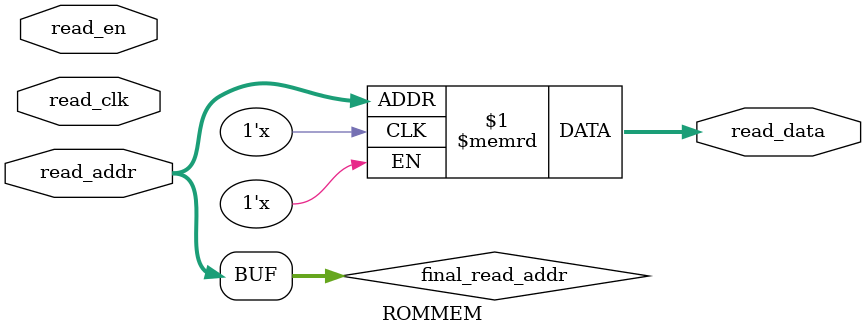
<source format=v>
module SimpleSMemROM(
    input clock,
    input reset,
    input [3:0] io_rdAddr,
    output [7:0] io_rdData
);
    wire [7:0] mem__T_11_data;
    wire mem__T_11_clk;
    wire mem__T_11_en;
    wire [3:0] mem__T_11_addr;
    ROMMEM #(.depth(16), .addrbits(4), .width(8), .isSyncRead(1)) mem (
        .read_data(mem__T_11_data),
        .read_clk(mem__T_11_clk),
        .read_en(mem__T_11_en),
        .read_addr(mem__T_11_addr)
    );
    assign io_rdData = mem__T_11_data;
    assign mem__T_11_addr = io_rdAddr;
    assign mem__T_11_clk = clock;
    assign mem__T_11_en = 1'h1;
endmodule //SimpleSMemROM
module ROMMEM(read_data, read_clk, read_en, read_addr);
    parameter depth = 16;
    parameter addrbits = 4;
    parameter width = 32;
    parameter isSyncRead = 0;
    output [width-1:0] read_data;
    input read_clk;
    input read_en;
    input [addrbits-1:0] read_addr;
    reg [width-1:0] memcore [0:depth-1];
    wire [addrbits-1:0] final_read_addr;
    generate
        if (isSyncRead) begin: raddr_processor
            reg [addrbits-1:0] read_addr_pipe_0;
            always @(posedge read_clk) begin
                if (read_en) begin
                    read_addr_pipe_0 <= read_addr;
                end
            end
            assign final_read_addr = read_addr_pipe_0;
        end else begin: raddr_processor
            assign final_read_addr = read_addr;
        end
    endgenerate
    assign read_data = memcore[final_read_addr];
endmodule // ROMMEM

</source>
